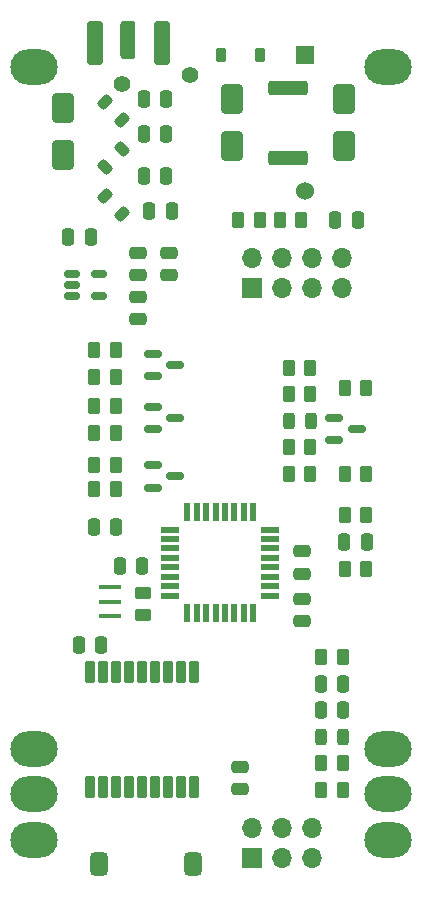
<source format=gbr>
%TF.GenerationSoftware,KiCad,Pcbnew,9.0.0*%
%TF.CreationDate,2025-03-25T21:02:03-05:00*%
%TF.ProjectId,ptSolar,7074536f-6c61-4722-9e6b-696361645f70,rev?*%
%TF.SameCoordinates,Original*%
%TF.FileFunction,Soldermask,Top*%
%TF.FilePolarity,Negative*%
%FSLAX46Y46*%
G04 Gerber Fmt 4.6, Leading zero omitted, Abs format (unit mm)*
G04 Created by KiCad (PCBNEW 9.0.0) date 2025-03-25 21:02:03*
%MOMM*%
%LPD*%
G01*
G04 APERTURE LIST*
G04 Aperture macros list*
%AMRoundRect*
0 Rectangle with rounded corners*
0 $1 Rounding radius*
0 $2 $3 $4 $5 $6 $7 $8 $9 X,Y pos of 4 corners*
0 Add a 4 corners polygon primitive as box body*
4,1,4,$2,$3,$4,$5,$6,$7,$8,$9,$2,$3,0*
0 Add four circle primitives for the rounded corners*
1,1,$1+$1,$2,$3*
1,1,$1+$1,$4,$5*
1,1,$1+$1,$6,$7*
1,1,$1+$1,$8,$9*
0 Add four rect primitives between the rounded corners*
20,1,$1+$1,$2,$3,$4,$5,0*
20,1,$1+$1,$4,$5,$6,$7,0*
20,1,$1+$1,$6,$7,$8,$9,0*
20,1,$1+$1,$8,$9,$2,$3,0*%
G04 Aperture macros list end*
%ADD10RoundRect,0.250000X-0.262500X-0.450000X0.262500X-0.450000X0.262500X0.450000X-0.262500X0.450000X0*%
%ADD11RoundRect,0.250000X0.262500X0.450000X-0.262500X0.450000X-0.262500X-0.450000X0.262500X-0.450000X0*%
%ADD12O,4.000000X3.000000*%
%ADD13RoundRect,0.375000X0.375000X0.625000X-0.375000X0.625000X-0.375000X-0.625000X0.375000X-0.625000X0*%
%ADD14RoundRect,0.250000X0.475000X-0.250000X0.475000X0.250000X-0.475000X0.250000X-0.475000X-0.250000X0*%
%ADD15RoundRect,0.243750X-0.243750X-0.456250X0.243750X-0.456250X0.243750X0.456250X-0.243750X0.456250X0*%
%ADD16RoundRect,0.250000X-1.425000X0.362500X-1.425000X-0.362500X1.425000X-0.362500X1.425000X0.362500X0*%
%ADD17RoundRect,0.250000X0.250000X0.475000X-0.250000X0.475000X-0.250000X-0.475000X0.250000X-0.475000X0*%
%ADD18C,1.400000*%
%ADD19RoundRect,0.150000X-0.587500X-0.150000X0.587500X-0.150000X0.587500X0.150000X-0.587500X0.150000X0*%
%ADD20R,1.600000X0.550000*%
%ADD21R,0.550000X1.600000*%
%ADD22RoundRect,0.150000X-0.512500X-0.150000X0.512500X-0.150000X0.512500X0.150000X-0.512500X0.150000X0*%
%ADD23RoundRect,0.250000X-0.250000X-0.475000X0.250000X-0.475000X0.250000X0.475000X-0.250000X0.475000X0*%
%ADD24RoundRect,0.250000X-0.475000X0.250000X-0.475000X-0.250000X0.475000X-0.250000X0.475000X0.250000X0*%
%ADD25RoundRect,0.225000X0.225000X0.375000X-0.225000X0.375000X-0.225000X-0.375000X0.225000X-0.375000X0*%
%ADD26RoundRect,0.080000X0.320000X-0.820000X0.320000X0.820000X-0.320000X0.820000X-0.320000X-0.820000X0*%
%ADD27RoundRect,0.218750X0.114905X-0.424264X0.424264X-0.114905X-0.114905X0.424264X-0.424264X0.114905X0*%
%ADD28RoundRect,0.250000X-0.450000X0.262500X-0.450000X-0.262500X0.450000X-0.262500X0.450000X0.262500X0*%
%ADD29RoundRect,0.250000X0.650000X-1.000000X0.650000X1.000000X-0.650000X1.000000X-0.650000X-1.000000X0*%
%ADD30RoundRect,0.218750X0.424264X0.114905X0.114905X0.424264X-0.424264X-0.114905X-0.114905X-0.424264X0*%
%ADD31RoundRect,0.250000X0.385000X1.350000X-0.385000X1.350000X-0.385000X-1.350000X0.385000X-1.350000X0*%
%ADD32RoundRect,0.250000X0.425000X1.600000X-0.425000X1.600000X-0.425000X-1.600000X0.425000X-1.600000X0*%
%ADD33R,1.900000X0.400000*%
%ADD34R,1.700000X1.700000*%
%ADD35O,1.700000X1.700000*%
%ADD36R,1.524000X1.524000*%
%ADD37C,1.524000*%
G04 APERTURE END LIST*
D10*
%TO.C,R21*%
X158837500Y-104250000D03*
X160662500Y-104250000D03*
%TD*%
D11*
%TO.C,R20*%
X160662500Y-106500000D03*
X158837500Y-106500000D03*
%TD*%
D12*
%TO.C,PV1*%
X137250000Y-72000000D03*
X137250000Y-129750000D03*
X137250000Y-133625000D03*
X137250000Y-137500000D03*
%TD*%
D13*
%TO.C,ANT1*%
X142750000Y-139500000D03*
X150750000Y-139500000D03*
%TD*%
D10*
%TO.C,R17*%
X158837500Y-97500000D03*
X160662500Y-97500000D03*
%TD*%
D11*
%TO.C,R7*%
X163432500Y-133250000D03*
X161607500Y-133250000D03*
%TD*%
D10*
%TO.C,R12*%
X142385974Y-103001526D03*
X144210974Y-103001526D03*
%TD*%
D14*
%TO.C,C7*%
X146125000Y-93400000D03*
X146125000Y-91500000D03*
%TD*%
D15*
%TO.C,D5*%
X158832500Y-102000000D03*
X160707500Y-102000000D03*
%TD*%
D16*
%TO.C,R1*%
X158750000Y-73810000D03*
X158750000Y-79735000D03*
%TD*%
D10*
%TO.C,R10*%
X142385974Y-107753052D03*
X144210974Y-107753052D03*
%TD*%
D17*
%TO.C,C16*%
X148950000Y-84250000D03*
X147050000Y-84250000D03*
%TD*%
%TO.C,C14*%
X163450000Y-126500000D03*
X161550000Y-126500000D03*
%TD*%
D18*
%TO.C,ANT2b1*%
X150500000Y-72750000D03*
%TD*%
D10*
%TO.C,R9*%
X158087500Y-85000000D03*
X159912500Y-85000000D03*
%TD*%
D19*
%TO.C,Q2*%
X147375000Y-100801526D03*
X147375000Y-102701526D03*
X149250000Y-101751526D03*
%TD*%
D20*
%TO.C,U2*%
X148800000Y-111200000D03*
X148800000Y-112000000D03*
X148800000Y-112800000D03*
X148800000Y-113600000D03*
X148800000Y-114400000D03*
X148800000Y-115200000D03*
X148800000Y-116000000D03*
X148800000Y-116800000D03*
D21*
X150250000Y-118250000D03*
X151050000Y-118250000D03*
X151850000Y-118250000D03*
X152650000Y-118250000D03*
X153450000Y-118250000D03*
X154250000Y-118250000D03*
X155050000Y-118250000D03*
X155850000Y-118250000D03*
D20*
X157300000Y-116800000D03*
X157300000Y-116000000D03*
X157300000Y-115200000D03*
X157300000Y-114400000D03*
X157300000Y-113600000D03*
X157300000Y-112800000D03*
X157300000Y-112000000D03*
X157300000Y-111200000D03*
D21*
X155850000Y-109750000D03*
X155050000Y-109750000D03*
X154250000Y-109750000D03*
X153450000Y-109750000D03*
X152650000Y-109750000D03*
X151850000Y-109750000D03*
X151050000Y-109750000D03*
X150250000Y-109750000D03*
%TD*%
D11*
%TO.C,R11*%
X144210974Y-105753052D03*
X142385974Y-105753052D03*
%TD*%
D22*
%TO.C,U1*%
X140487500Y-89550000D03*
X140487500Y-90500000D03*
X140487500Y-91450000D03*
X142762500Y-91450000D03*
X142762500Y-89550000D03*
%TD*%
D23*
%TO.C,C2*%
X163530000Y-112250000D03*
X165430000Y-112250000D03*
%TD*%
D24*
%TO.C,C11*%
X160000000Y-117050000D03*
X160000000Y-118950000D03*
%TD*%
D25*
%TO.C,D3*%
X156400000Y-71000000D03*
X153100000Y-71000000D03*
%TD*%
D14*
%TO.C,C5*%
X154750000Y-133200000D03*
X154750000Y-131300000D03*
%TD*%
D17*
%TO.C,C10*%
X146450000Y-114250000D03*
X144550000Y-114250000D03*
%TD*%
D10*
%TO.C,R2*%
X163587500Y-109970000D03*
X165412500Y-109970000D03*
%TD*%
D24*
%TO.C,C8*%
X146125000Y-87750000D03*
X146125000Y-89650000D03*
%TD*%
D26*
%TO.C,U4*%
X150850000Y-123300000D03*
X149750000Y-123300000D03*
X148650000Y-123300000D03*
X147550000Y-123300000D03*
X146450000Y-123300000D03*
X145350000Y-123300000D03*
X144250000Y-123300000D03*
X143150000Y-123300000D03*
X142050000Y-123300000D03*
X142050000Y-133000000D03*
X143150000Y-133000000D03*
X144250000Y-133000000D03*
X145350000Y-133000000D03*
X146450000Y-133000000D03*
X147550000Y-133000000D03*
X148650000Y-133000000D03*
X149750000Y-133000000D03*
X150850000Y-133000000D03*
%TD*%
D27*
%TO.C,L2*%
X143248699Y-80501301D03*
X144751301Y-78998699D03*
%TD*%
D12*
%TO.C,JPV2*%
X167250000Y-72000000D03*
X167250000Y-129750000D03*
X167250000Y-133625000D03*
X167250000Y-137500000D03*
%TD*%
D18*
%TO.C,ANT2a1*%
X144750000Y-73500000D03*
%TD*%
D17*
%TO.C,C18*%
X148450000Y-77750000D03*
X146550000Y-77750000D03*
%TD*%
D28*
%TO.C,R6*%
X146500000Y-116587500D03*
X146500000Y-118412500D03*
%TD*%
D29*
%TO.C,D1*%
X139750000Y-79500000D03*
X139750000Y-75500000D03*
%TD*%
D17*
%TO.C,C19*%
X148450000Y-74750000D03*
X146550000Y-74750000D03*
%TD*%
D10*
%TO.C,R4*%
X158837500Y-99727500D03*
X160662500Y-99727500D03*
%TD*%
D11*
%TO.C,R3*%
X165412500Y-114500000D03*
X163587500Y-114500000D03*
%TD*%
%TO.C,R19*%
X165412500Y-99250000D03*
X163587500Y-99250000D03*
%TD*%
D24*
%TO.C,C9*%
X148750000Y-87750000D03*
X148750000Y-89650000D03*
%TD*%
D14*
%TO.C,C13*%
X160000000Y-114950000D03*
X160000000Y-113050000D03*
%TD*%
D19*
%TO.C,Q4*%
X162712500Y-101756250D03*
X162712500Y-103656250D03*
X164587500Y-102706250D03*
%TD*%
D23*
%TO.C,C6*%
X140175000Y-86450000D03*
X142075000Y-86450000D03*
%TD*%
%TO.C,C15*%
X161550000Y-124250000D03*
X163450000Y-124250000D03*
%TD*%
D11*
%TO.C,R13*%
X144210974Y-100751526D03*
X142385974Y-100751526D03*
%TD*%
D30*
%TO.C,L1*%
X144751301Y-84501301D03*
X143248699Y-82998699D03*
%TD*%
D31*
%TO.C,ANT2*%
X145250000Y-69750000D03*
D32*
X142425000Y-70000000D03*
X148075000Y-70000000D03*
%TD*%
D33*
%TO.C,Y1*%
X143750000Y-118500000D03*
X143750000Y-117300000D03*
X143750000Y-116100000D03*
%TD*%
D30*
%TO.C,L3*%
X144751301Y-76501301D03*
X143248699Y-74998699D03*
%TD*%
D17*
%TO.C,C4*%
X164700000Y-85000000D03*
X162800000Y-85000000D03*
%TD*%
D10*
%TO.C,R5*%
X161607500Y-131000000D03*
X163432500Y-131000000D03*
%TD*%
D34*
%TO.C,J1*%
X155700000Y-139000000D03*
D35*
X155700000Y-136460000D03*
X158240000Y-139000000D03*
X158240000Y-136460000D03*
X160780000Y-139000000D03*
X160780000Y-136460000D03*
%TD*%
D15*
%TO.C,D6*%
X161602500Y-128750000D03*
X163477500Y-128750000D03*
%TD*%
D10*
%TO.C,R16*%
X161587500Y-122000000D03*
X163412500Y-122000000D03*
%TD*%
D29*
%TO.C,D2*%
X163500000Y-78750000D03*
X163500000Y-74750000D03*
%TD*%
D10*
%TO.C,R14*%
X142385974Y-98250000D03*
X144210974Y-98250000D03*
%TD*%
D19*
%TO.C,Q3*%
X147375000Y-96300000D03*
X147375000Y-98200000D03*
X149250000Y-97250000D03*
%TD*%
D10*
%TO.C,R8*%
X154587500Y-85000000D03*
X156412500Y-85000000D03*
%TD*%
D11*
%TO.C,R18*%
X165412500Y-106456250D03*
X163587500Y-106456250D03*
%TD*%
D23*
%TO.C,C3*%
X142328474Y-111000000D03*
X144228474Y-111000000D03*
%TD*%
D29*
%TO.C,D4*%
X154000000Y-78750000D03*
X154000000Y-74750000D03*
%TD*%
D19*
%TO.C,Q1*%
X147375000Y-105753052D03*
X147375000Y-107653052D03*
X149250000Y-106703052D03*
%TD*%
D17*
%TO.C,C17*%
X148450000Y-81250000D03*
X146550000Y-81250000D03*
%TD*%
D11*
%TO.C,R15*%
X144210974Y-96000000D03*
X142385974Y-96000000D03*
%TD*%
D34*
%TO.C,J2*%
X155700000Y-90740000D03*
D35*
X155700000Y-88200000D03*
X158240000Y-90740000D03*
X158240000Y-88200000D03*
X160780000Y-90740000D03*
X160780000Y-88200000D03*
X163320000Y-90740000D03*
X163320000Y-88200000D03*
%TD*%
D17*
%TO.C,C12*%
X142950000Y-121000000D03*
X141050000Y-121000000D03*
%TD*%
D36*
%TO.C,C1*%
X160250000Y-71000000D03*
D37*
X160250000Y-82500000D03*
%TD*%
M02*

</source>
